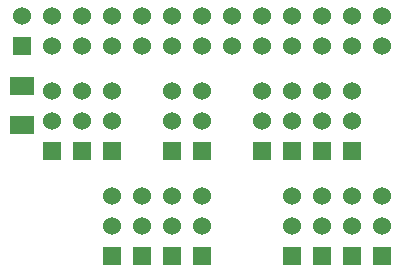
<source format=gts>
G04 #@! TF.FileFunction,Soldermask,Top*
%FSLAX46Y46*%
G04 Gerber Fmt 4.6, Leading zero omitted, Abs format (unit mm)*
G04 Created by KiCad (PCBNEW (after 2015-mar-04 BZR unknown)-product) date 6/20/2015 5:15:52 PM*
%MOMM*%
G01*
G04 APERTURE LIST*
%ADD10C,0.150000*%
%ADD11R,1.524000X1.524000*%
%ADD12C,1.524000*%
%ADD13R,2.032000X1.524000*%
G04 APERTURE END LIST*
D10*
D11*
X46990000Y-34290000D03*
D12*
X46990000Y-31750000D03*
X49530000Y-34290000D03*
X49530000Y-31750000D03*
X52070000Y-34290000D03*
X52070000Y-31750000D03*
X54610000Y-34290000D03*
X54610000Y-31750000D03*
X57150000Y-34290000D03*
X57150000Y-31750000D03*
X59690000Y-34290000D03*
X59690000Y-31750000D03*
X62230000Y-34290000D03*
X62230000Y-31750000D03*
X64770000Y-34290000D03*
X64770000Y-31750000D03*
X67310000Y-34290000D03*
X67310000Y-31750000D03*
X69850000Y-34290000D03*
X69850000Y-31750000D03*
X72390000Y-34290000D03*
X72390000Y-31750000D03*
X74930000Y-34290000D03*
X74930000Y-31750000D03*
X77470000Y-34290000D03*
X77470000Y-31750000D03*
D11*
X54610000Y-43180000D03*
D12*
X54610000Y-40640000D03*
X54610000Y-38100000D03*
D11*
X62230000Y-43180000D03*
D12*
X62230000Y-40640000D03*
X62230000Y-38100000D03*
D11*
X69850000Y-43180000D03*
D12*
X69850000Y-40640000D03*
X69850000Y-38100000D03*
D11*
X74930000Y-43180000D03*
D12*
X74930000Y-40640000D03*
X74930000Y-38100000D03*
D11*
X67310000Y-43180000D03*
D12*
X67310000Y-40640000D03*
X67310000Y-38100000D03*
D11*
X72390000Y-43180000D03*
D12*
X72390000Y-40640000D03*
X72390000Y-38100000D03*
D13*
X46990000Y-41021000D03*
X46990000Y-37719000D03*
D11*
X59690000Y-43180000D03*
D12*
X59690000Y-40640000D03*
X59690000Y-38100000D03*
D11*
X62230000Y-52070000D03*
D12*
X62230000Y-49530000D03*
X62230000Y-46990000D03*
D11*
X69850000Y-52070000D03*
D12*
X69850000Y-49530000D03*
X69850000Y-46990000D03*
D11*
X72390000Y-52070000D03*
D12*
X72390000Y-49530000D03*
X72390000Y-46990000D03*
D11*
X74930000Y-52070000D03*
D12*
X74930000Y-49530000D03*
X74930000Y-46990000D03*
D11*
X77470000Y-52070000D03*
D12*
X77470000Y-49530000D03*
X77470000Y-46990000D03*
D11*
X52070000Y-43180000D03*
D12*
X52070000Y-40640000D03*
X52070000Y-38100000D03*
D11*
X57150000Y-52070000D03*
D12*
X57150000Y-49530000D03*
X57150000Y-46990000D03*
D11*
X49530000Y-43180000D03*
D12*
X49530000Y-40640000D03*
X49530000Y-38100000D03*
D11*
X54610000Y-52070000D03*
D12*
X54610000Y-49530000D03*
X54610000Y-46990000D03*
D11*
X59690000Y-52070000D03*
D12*
X59690000Y-49530000D03*
X59690000Y-46990000D03*
M02*

</source>
